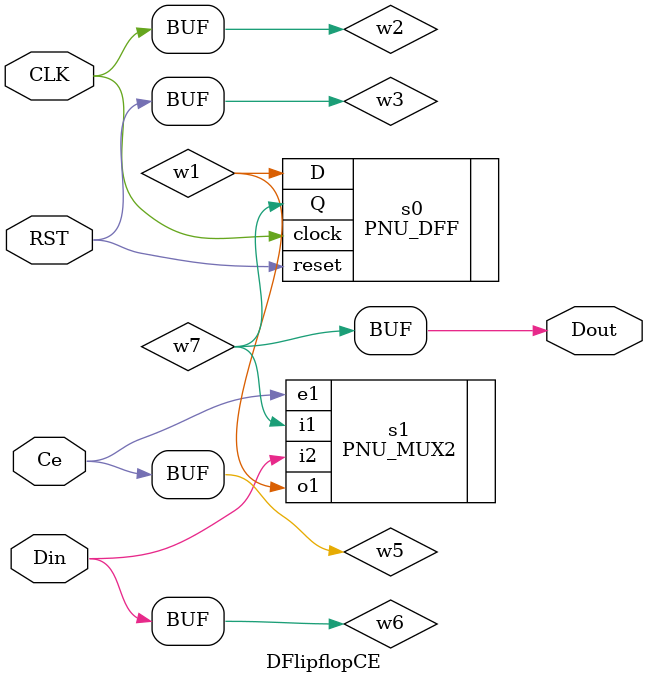
<source format=v>
module DFlipflopCE(Ce,Din,CLK,RST,Dout);

input Ce;
input Din;
input CLK;
input RST;
output Dout;

wire  w1;
wire  w2;
wire  w3;
wire  w5;
wire  w6;
wire  w7;

assign w5 = Ce;
assign w6 = Din;
assign w2 = CLK;
assign w3 = RST;
assign Dout = w7;

PNU_DFF
     s0 (
      .D(w1),
      .clock(w2),
      .reset(w3),
      .Q(w7));

PNU_MUX2
     s1 (
      .o1(w1),
      .e1(w5),
      .i2(w6),
      .i1(w7));

endmodule


</source>
